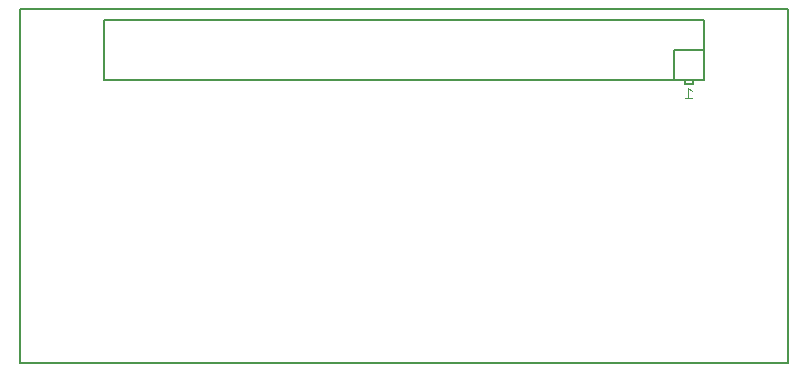
<source format=gbo>
G75*
%MOIN*%
%OFA0B0*%
%FSLAX24Y24*%
%IPPOS*%
%LPD*%
%AMOC8*
5,1,8,0,0,1.08239X$1,22.5*
%
%ADD10C,0.0050*%
%ADD11C,0.0040*%
D10*
X005385Y021274D02*
X005385Y033086D01*
X030975Y033086D01*
X030975Y021274D01*
X005385Y021274D01*
X008180Y030708D02*
X008180Y032708D01*
X028180Y032708D01*
X028180Y031708D01*
X027180Y031708D01*
X027180Y030708D01*
X008180Y030708D01*
X027180Y030708D02*
X027555Y030708D01*
X027555Y030583D01*
X027805Y030583D01*
X027805Y030708D01*
X027555Y030708D01*
X027805Y030708D02*
X028180Y030708D01*
X028180Y031708D01*
D11*
X027665Y030463D02*
X027665Y030103D01*
X027785Y030103D02*
X027545Y030103D01*
X027785Y030343D02*
X027665Y030463D01*
M02*

</source>
